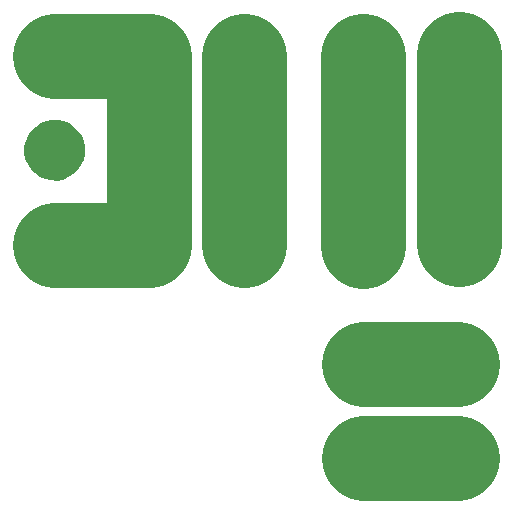
<source format=gbs>
%TF.GenerationSoftware,KiCad,Pcbnew,4.0.5-e0-6337~49~ubuntu16.04.1*%
%TF.CreationDate,2017-07-06T19:13:04-07:00*%
%TF.ProjectId,SMTLimitLED-SMTButton-Battery,534D544C696D69744C45442D534D5442,1.0*%
%TF.FileFunction,Soldermask,Bot*%
%FSLAX46Y46*%
G04 Gerber Fmt 4.6, Leading zero omitted, Abs format (unit mm)*
G04 Created by KiCad (PCBNEW 4.0.5-e0-6337~49~ubuntu16.04.1) date Thu Jul  6 19:13:04 2017*
%MOMM*%
%LPD*%
G01*
G04 APERTURE LIST*
%ADD10C,0.350000*%
%ADD11C,7.200000*%
G04 APERTURE END LIST*
D10*
D11*
X87000000Y-113300000D02*
X94900000Y-113300000D01*
X87000000Y-105300000D02*
X94900000Y-105300000D01*
X68813400Y-79222000D02*
X60813400Y-79222000D01*
X68813400Y-95222000D02*
X68813400Y-79222000D01*
X60813400Y-95222000D02*
X68813400Y-95222000D01*
X76813400Y-79222000D02*
X76813400Y-95222000D01*
X95003400Y-79102000D02*
X95003400Y-95202000D01*
X86903400Y-79202000D02*
X86903400Y-95302000D01*
D10*
G36*
X87323110Y-110225847D02*
X87914055Y-110347151D01*
X88470198Y-110580932D01*
X88970334Y-110918278D01*
X89395421Y-111346343D01*
X89729266Y-111848821D01*
X89959156Y-112406576D01*
X90076264Y-112998014D01*
X90076264Y-112998024D01*
X90076331Y-112998363D01*
X90066710Y-113687416D01*
X90066633Y-113687754D01*
X90066633Y-113687762D01*
X89933057Y-114275701D01*
X89687685Y-114826816D01*
X89339937Y-115319778D01*
X88903062Y-115735809D01*
X88393700Y-116059061D01*
X87831254Y-116277219D01*
X87237147Y-116381976D01*
X86634003Y-116369342D01*
X86044800Y-116239797D01*
X85491982Y-115998277D01*
X84996607Y-115653982D01*
X84577537Y-115220023D01*
X84250738Y-114712930D01*
X84028656Y-114152014D01*
X83919755Y-113558658D01*
X83928177Y-112955441D01*
X84053606Y-112365347D01*
X84291259Y-111810858D01*
X84632091Y-111313088D01*
X85063112Y-110891000D01*
X85567913Y-110560668D01*
X86127259Y-110334677D01*
X86719845Y-110221636D01*
X87323110Y-110225847D01*
X87323110Y-110225847D01*
G37*
G36*
X95323110Y-110225847D02*
X95914055Y-110347151D01*
X96470198Y-110580932D01*
X96970334Y-110918278D01*
X97395421Y-111346343D01*
X97729266Y-111848821D01*
X97959156Y-112406576D01*
X98076264Y-112998014D01*
X98076264Y-112998024D01*
X98076331Y-112998363D01*
X98066710Y-113687416D01*
X98066633Y-113687754D01*
X98066633Y-113687762D01*
X97933057Y-114275701D01*
X97687685Y-114826816D01*
X97339937Y-115319778D01*
X96903062Y-115735809D01*
X96393700Y-116059061D01*
X95831254Y-116277219D01*
X95237147Y-116381976D01*
X94634003Y-116369342D01*
X94044800Y-116239797D01*
X93491982Y-115998277D01*
X92996607Y-115653982D01*
X92577537Y-115220023D01*
X92250738Y-114712930D01*
X92028656Y-114152014D01*
X91919755Y-113558658D01*
X91928177Y-112955441D01*
X92053606Y-112365347D01*
X92291259Y-111810858D01*
X92632091Y-111313088D01*
X93063112Y-110891000D01*
X93567913Y-110560668D01*
X94127259Y-110334677D01*
X94719845Y-110221636D01*
X95323110Y-110225847D01*
X95323110Y-110225847D01*
G37*
G36*
X87323110Y-102225847D02*
X87914055Y-102347151D01*
X88470198Y-102580932D01*
X88970334Y-102918278D01*
X89395421Y-103346343D01*
X89729266Y-103848821D01*
X89959156Y-104406576D01*
X90076264Y-104998014D01*
X90076264Y-104998024D01*
X90076331Y-104998363D01*
X90066710Y-105687416D01*
X90066633Y-105687754D01*
X90066633Y-105687762D01*
X89933057Y-106275701D01*
X89687685Y-106826816D01*
X89339937Y-107319778D01*
X88903062Y-107735809D01*
X88393700Y-108059061D01*
X87831254Y-108277219D01*
X87237147Y-108381976D01*
X86634003Y-108369342D01*
X86044800Y-108239797D01*
X85491982Y-107998277D01*
X84996607Y-107653982D01*
X84577537Y-107220023D01*
X84250738Y-106712930D01*
X84028656Y-106152014D01*
X83919755Y-105558658D01*
X83928177Y-104955441D01*
X84053606Y-104365347D01*
X84291259Y-103810858D01*
X84632091Y-103313088D01*
X85063112Y-102891000D01*
X85567913Y-102560668D01*
X86127259Y-102334677D01*
X86719845Y-102221636D01*
X87323110Y-102225847D01*
X87323110Y-102225847D01*
G37*
G36*
X95323110Y-102225847D02*
X95914055Y-102347151D01*
X96470198Y-102580932D01*
X96970334Y-102918278D01*
X97395421Y-103346343D01*
X97729266Y-103848821D01*
X97959156Y-104406576D01*
X98076264Y-104998014D01*
X98076264Y-104998024D01*
X98076331Y-104998363D01*
X98066710Y-105687416D01*
X98066633Y-105687754D01*
X98066633Y-105687762D01*
X97933057Y-106275701D01*
X97687685Y-106826816D01*
X97339937Y-107319778D01*
X96903062Y-107735809D01*
X96393700Y-108059061D01*
X95831254Y-108277219D01*
X95237147Y-108381976D01*
X94634003Y-108369342D01*
X94044800Y-108239797D01*
X93491982Y-107998277D01*
X92996607Y-107653982D01*
X92577537Y-107220023D01*
X92250738Y-106712930D01*
X92028656Y-106152014D01*
X91919755Y-105558658D01*
X91928177Y-104955441D01*
X92053606Y-104365347D01*
X92291259Y-103810858D01*
X92632091Y-103313088D01*
X93063112Y-102891000D01*
X93567913Y-102560668D01*
X94127259Y-102334677D01*
X94719845Y-102221636D01*
X95323110Y-102225847D01*
X95323110Y-102225847D01*
G37*
G36*
X77136510Y-92147847D02*
X77727455Y-92269151D01*
X78283598Y-92502932D01*
X78783734Y-92840278D01*
X79208821Y-93268343D01*
X79542666Y-93770821D01*
X79772556Y-94328576D01*
X79889664Y-94920014D01*
X79889664Y-94920024D01*
X79889731Y-94920363D01*
X79880110Y-95609416D01*
X79880033Y-95609754D01*
X79880033Y-95609762D01*
X79746457Y-96197701D01*
X79501085Y-96748816D01*
X79153337Y-97241778D01*
X78716462Y-97657809D01*
X78207100Y-97981061D01*
X77644654Y-98199219D01*
X77050547Y-98303976D01*
X76447403Y-98291342D01*
X75858200Y-98161797D01*
X75305382Y-97920277D01*
X74810007Y-97575982D01*
X74390937Y-97142023D01*
X74064138Y-96634930D01*
X73842056Y-96074014D01*
X73733155Y-95480658D01*
X73741577Y-94877441D01*
X73867006Y-94287347D01*
X74104659Y-93732858D01*
X74445491Y-93235088D01*
X74876512Y-92813000D01*
X75381313Y-92482668D01*
X75940659Y-92256677D01*
X76533245Y-92143636D01*
X77136510Y-92147847D01*
X77136510Y-92147847D01*
G37*
G36*
X61136510Y-92147847D02*
X61727455Y-92269151D01*
X62283598Y-92502932D01*
X62783734Y-92840278D01*
X63208821Y-93268343D01*
X63542666Y-93770821D01*
X63772556Y-94328576D01*
X63889664Y-94920014D01*
X63889664Y-94920024D01*
X63889731Y-94920363D01*
X63880110Y-95609416D01*
X63880033Y-95609754D01*
X63880033Y-95609762D01*
X63746457Y-96197701D01*
X63501085Y-96748816D01*
X63153337Y-97241778D01*
X62716462Y-97657809D01*
X62207100Y-97981061D01*
X61644654Y-98199219D01*
X61050547Y-98303976D01*
X60447403Y-98291342D01*
X59858200Y-98161797D01*
X59305382Y-97920277D01*
X58810007Y-97575982D01*
X58390937Y-97142023D01*
X58064138Y-96634930D01*
X57842056Y-96074014D01*
X57733155Y-95480658D01*
X57741577Y-94877441D01*
X57867006Y-94287347D01*
X58104659Y-93732858D01*
X58445491Y-93235088D01*
X58876512Y-92813000D01*
X59381313Y-92482668D01*
X59940659Y-92256677D01*
X60533245Y-92143636D01*
X61136510Y-92147847D01*
X61136510Y-92147847D01*
G37*
G36*
X87326510Y-92127847D02*
X87917455Y-92249151D01*
X88473598Y-92482932D01*
X88973734Y-92820278D01*
X89398821Y-93248343D01*
X89732666Y-93750821D01*
X89962556Y-94308576D01*
X90079664Y-94900014D01*
X90079664Y-94900024D01*
X90079731Y-94900363D01*
X90070110Y-95589416D01*
X90070033Y-95589754D01*
X90070033Y-95589762D01*
X89936457Y-96177701D01*
X89691085Y-96728816D01*
X89343337Y-97221778D01*
X88906462Y-97637809D01*
X88397100Y-97961061D01*
X87834654Y-98179219D01*
X87240547Y-98283976D01*
X86637403Y-98271342D01*
X86048200Y-98141797D01*
X85495382Y-97900277D01*
X85000007Y-97555982D01*
X84580937Y-97122023D01*
X84254138Y-96614930D01*
X84032056Y-96054014D01*
X83923155Y-95460658D01*
X83931577Y-94857441D01*
X84057006Y-94267347D01*
X84294659Y-93712858D01*
X84635491Y-93215088D01*
X85066512Y-92793000D01*
X85571313Y-92462668D01*
X86130659Y-92236677D01*
X86723245Y-92123636D01*
X87326510Y-92127847D01*
X87326510Y-92127847D01*
G37*
G36*
X95326510Y-92127847D02*
X95917455Y-92249151D01*
X96473598Y-92482932D01*
X96973734Y-92820278D01*
X97398821Y-93248343D01*
X97732666Y-93750821D01*
X97962556Y-94308576D01*
X98079664Y-94900014D01*
X98079664Y-94900024D01*
X98079731Y-94900363D01*
X98070110Y-95589416D01*
X98070033Y-95589754D01*
X98070033Y-95589762D01*
X97936457Y-96177701D01*
X97691085Y-96728816D01*
X97343337Y-97221778D01*
X96906462Y-97637809D01*
X96397100Y-97961061D01*
X95834654Y-98179219D01*
X95240547Y-98283976D01*
X94637403Y-98271342D01*
X94048200Y-98141797D01*
X93495382Y-97900277D01*
X93000007Y-97555982D01*
X92580937Y-97122023D01*
X92254138Y-96614930D01*
X92032056Y-96054014D01*
X91923155Y-95460658D01*
X91931577Y-94857441D01*
X92057006Y-94267347D01*
X92294659Y-93712858D01*
X92635491Y-93215088D01*
X93066512Y-92793000D01*
X93571313Y-92462668D01*
X94130659Y-92236677D01*
X94723245Y-92123636D01*
X95326510Y-92127847D01*
X95326510Y-92127847D01*
G37*
G36*
X69082943Y-92657507D02*
X69575915Y-92758700D01*
X70039856Y-92953723D01*
X70457075Y-93235141D01*
X70811688Y-93592237D01*
X71090185Y-94011410D01*
X71281962Y-94476695D01*
X71379643Y-94970022D01*
X71379643Y-94970032D01*
X71379710Y-94970371D01*
X71371684Y-95545186D01*
X71371607Y-95545524D01*
X71371607Y-95545533D01*
X71260189Y-96035942D01*
X71055498Y-96495687D01*
X70765402Y-96906922D01*
X70400956Y-97253980D01*
X69976042Y-97523639D01*
X69506840Y-97705630D01*
X69011231Y-97793020D01*
X68508081Y-97782480D01*
X68016561Y-97674412D01*
X67555394Y-97472933D01*
X67142147Y-97185719D01*
X66792554Y-96823705D01*
X66519935Y-96400682D01*
X66334671Y-95932759D01*
X66243825Y-95437776D01*
X66250850Y-94934565D01*
X66355485Y-94442302D01*
X66553738Y-93979741D01*
X66838063Y-93564495D01*
X67197626Y-93212385D01*
X67618737Y-92936818D01*
X68085350Y-92748294D01*
X68579691Y-92653994D01*
X69082943Y-92657507D01*
X69082943Y-92657507D01*
G37*
G36*
X87326510Y-84127847D02*
X87917455Y-84249151D01*
X88473598Y-84482932D01*
X88973734Y-84820278D01*
X89398821Y-85248343D01*
X89732666Y-85750821D01*
X89962556Y-86308576D01*
X90079664Y-86900014D01*
X90079664Y-86900024D01*
X90079731Y-86900363D01*
X90070110Y-87589416D01*
X90070033Y-87589754D01*
X90070033Y-87589762D01*
X89936457Y-88177701D01*
X89691085Y-88728816D01*
X89343337Y-89221778D01*
X88906462Y-89637809D01*
X88397100Y-89961061D01*
X87834654Y-90179219D01*
X87240547Y-90283976D01*
X86637403Y-90271342D01*
X86048200Y-90141797D01*
X85495382Y-89900277D01*
X85000007Y-89555982D01*
X84580937Y-89122023D01*
X84254138Y-88614930D01*
X84032056Y-88054014D01*
X83923155Y-87460658D01*
X83931577Y-86857441D01*
X84057006Y-86267347D01*
X84294659Y-85712858D01*
X84635491Y-85215088D01*
X85066512Y-84793000D01*
X85571313Y-84462668D01*
X86130659Y-84236677D01*
X86723245Y-84123636D01*
X87326510Y-84127847D01*
X87326510Y-84127847D01*
G37*
G36*
X95326510Y-84127847D02*
X95917455Y-84249151D01*
X96473598Y-84482932D01*
X96973734Y-84820278D01*
X97398821Y-85248343D01*
X97732666Y-85750821D01*
X97962556Y-86308576D01*
X98079664Y-86900014D01*
X98079664Y-86900024D01*
X98079731Y-86900363D01*
X98070110Y-87589416D01*
X98070033Y-87589754D01*
X98070033Y-87589762D01*
X97936457Y-88177701D01*
X97691085Y-88728816D01*
X97343337Y-89221778D01*
X96906462Y-89637809D01*
X96397100Y-89961061D01*
X95834654Y-90179219D01*
X95240547Y-90283976D01*
X94637403Y-90271342D01*
X94048200Y-90141797D01*
X93495382Y-89900277D01*
X93000007Y-89555982D01*
X92580937Y-89122023D01*
X92254138Y-88614930D01*
X92032056Y-88054014D01*
X91923155Y-87460658D01*
X91931577Y-86857441D01*
X92057006Y-86267347D01*
X92294659Y-85712858D01*
X92635491Y-85215088D01*
X93066512Y-84793000D01*
X93571313Y-84462668D01*
X94130659Y-84236677D01*
X94723245Y-84123636D01*
X95326510Y-84127847D01*
X95326510Y-84127847D01*
G37*
G36*
X77082943Y-84657507D02*
X77575915Y-84758700D01*
X78039856Y-84953723D01*
X78457075Y-85235141D01*
X78811688Y-85592237D01*
X79090185Y-86011410D01*
X79281962Y-86476695D01*
X79379643Y-86970022D01*
X79379643Y-86970032D01*
X79379710Y-86970371D01*
X79371684Y-87545186D01*
X79371607Y-87545524D01*
X79371607Y-87545533D01*
X79260189Y-88035942D01*
X79055498Y-88495687D01*
X78765402Y-88906922D01*
X78400956Y-89253980D01*
X77976042Y-89523639D01*
X77506840Y-89705630D01*
X77011231Y-89793020D01*
X76508081Y-89782480D01*
X76016561Y-89674412D01*
X75555394Y-89472933D01*
X75142147Y-89185719D01*
X74792554Y-88823705D01*
X74519935Y-88400682D01*
X74334671Y-87932759D01*
X74243825Y-87437776D01*
X74250850Y-86934565D01*
X74355485Y-86442302D01*
X74553738Y-85979741D01*
X74838063Y-85564495D01*
X75197626Y-85212385D01*
X75618737Y-84936818D01*
X76085350Y-84748294D01*
X76579691Y-84653994D01*
X77082943Y-84657507D01*
X77082943Y-84657507D01*
G37*
G36*
X69082943Y-84657507D02*
X69575915Y-84758700D01*
X70039856Y-84953723D01*
X70457075Y-85235141D01*
X70811688Y-85592237D01*
X71090185Y-86011410D01*
X71281962Y-86476695D01*
X71379643Y-86970022D01*
X71379643Y-86970032D01*
X71379710Y-86970371D01*
X71371684Y-87545186D01*
X71371607Y-87545524D01*
X71371607Y-87545533D01*
X71260189Y-88035942D01*
X71055498Y-88495687D01*
X70765402Y-88906922D01*
X70400956Y-89253980D01*
X69976042Y-89523639D01*
X69506840Y-89705630D01*
X69011231Y-89793020D01*
X68508081Y-89782480D01*
X68016561Y-89674412D01*
X67555394Y-89472933D01*
X67142147Y-89185719D01*
X66792554Y-88823705D01*
X66519935Y-88400682D01*
X66334671Y-87932759D01*
X66243825Y-87437776D01*
X66250850Y-86934565D01*
X66355485Y-86442302D01*
X66553738Y-85979741D01*
X66838063Y-85564495D01*
X67197626Y-85212385D01*
X67618737Y-84936818D01*
X68085350Y-84748294D01*
X68579691Y-84653994D01*
X69082943Y-84657507D01*
X69082943Y-84657507D01*
G37*
G36*
X61082943Y-84657507D02*
X61575915Y-84758700D01*
X62039856Y-84953723D01*
X62457075Y-85235141D01*
X62811688Y-85592237D01*
X63090185Y-86011410D01*
X63281962Y-86476695D01*
X63379643Y-86970022D01*
X63379643Y-86970032D01*
X63379710Y-86970371D01*
X63371684Y-87545186D01*
X63371607Y-87545524D01*
X63371607Y-87545533D01*
X63260189Y-88035942D01*
X63055498Y-88495687D01*
X62765402Y-88906922D01*
X62400956Y-89253980D01*
X61976042Y-89523639D01*
X61506840Y-89705630D01*
X61011231Y-89793020D01*
X60508081Y-89782480D01*
X60016561Y-89674412D01*
X59555394Y-89472933D01*
X59142147Y-89185719D01*
X58792554Y-88823705D01*
X58519935Y-88400682D01*
X58334671Y-87932759D01*
X58243825Y-87437776D01*
X58250850Y-86934565D01*
X58355485Y-86442302D01*
X58553738Y-85979741D01*
X58838063Y-85564495D01*
X59197626Y-85212385D01*
X59618737Y-84936818D01*
X60085350Y-84748294D01*
X60579691Y-84653994D01*
X61082943Y-84657507D01*
X61082943Y-84657507D01*
G37*
G36*
X77136510Y-76147847D02*
X77727455Y-76269151D01*
X78283598Y-76502932D01*
X78783734Y-76840278D01*
X79208821Y-77268343D01*
X79542666Y-77770821D01*
X79772556Y-78328576D01*
X79889664Y-78920014D01*
X79889664Y-78920024D01*
X79889731Y-78920363D01*
X79880110Y-79609416D01*
X79880033Y-79609754D01*
X79880033Y-79609762D01*
X79746457Y-80197701D01*
X79501085Y-80748816D01*
X79153337Y-81241778D01*
X78716462Y-81657809D01*
X78207100Y-81981061D01*
X77644654Y-82199219D01*
X77050547Y-82303976D01*
X76447403Y-82291342D01*
X75858200Y-82161797D01*
X75305382Y-81920277D01*
X74810007Y-81575982D01*
X74390937Y-81142023D01*
X74064138Y-80634930D01*
X73842056Y-80074014D01*
X73733155Y-79480658D01*
X73741577Y-78877441D01*
X73867006Y-78287347D01*
X74104659Y-77732858D01*
X74445491Y-77235088D01*
X74876512Y-76813000D01*
X75381313Y-76482668D01*
X75940659Y-76256677D01*
X76533245Y-76143636D01*
X77136510Y-76147847D01*
X77136510Y-76147847D01*
G37*
G36*
X61136510Y-76147847D02*
X61727455Y-76269151D01*
X62283598Y-76502932D01*
X62783734Y-76840278D01*
X63208821Y-77268343D01*
X63542666Y-77770821D01*
X63772556Y-78328576D01*
X63889664Y-78920014D01*
X63889664Y-78920024D01*
X63889731Y-78920363D01*
X63880110Y-79609416D01*
X63880033Y-79609754D01*
X63880033Y-79609762D01*
X63746457Y-80197701D01*
X63501085Y-80748816D01*
X63153337Y-81241778D01*
X62716462Y-81657809D01*
X62207100Y-81981061D01*
X61644654Y-82199219D01*
X61050547Y-82303976D01*
X60447403Y-82291342D01*
X59858200Y-82161797D01*
X59305382Y-81920277D01*
X58810007Y-81575982D01*
X58390937Y-81142023D01*
X58064138Y-80634930D01*
X57842056Y-80074014D01*
X57733155Y-79480658D01*
X57741577Y-78877441D01*
X57867006Y-78287347D01*
X58104659Y-77732858D01*
X58445491Y-77235088D01*
X58876512Y-76813000D01*
X59381313Y-76482668D01*
X59940659Y-76256677D01*
X60533245Y-76143636D01*
X61136510Y-76147847D01*
X61136510Y-76147847D01*
G37*
G36*
X95326510Y-76127847D02*
X95917455Y-76249151D01*
X96473598Y-76482932D01*
X96973734Y-76820278D01*
X97398821Y-77248343D01*
X97732666Y-77750821D01*
X97962556Y-78308576D01*
X98079664Y-78900014D01*
X98079664Y-78900024D01*
X98079731Y-78900363D01*
X98070110Y-79589416D01*
X98070033Y-79589754D01*
X98070033Y-79589762D01*
X97936457Y-80177701D01*
X97691085Y-80728816D01*
X97343337Y-81221778D01*
X96906462Y-81637809D01*
X96397100Y-81961061D01*
X95834654Y-82179219D01*
X95240547Y-82283976D01*
X94637403Y-82271342D01*
X94048200Y-82141797D01*
X93495382Y-81900277D01*
X93000007Y-81555982D01*
X92580937Y-81122023D01*
X92254138Y-80614930D01*
X92032056Y-80054014D01*
X91923155Y-79460658D01*
X91931577Y-78857441D01*
X92057006Y-78267347D01*
X92294659Y-77712858D01*
X92635491Y-77215088D01*
X93066512Y-76793000D01*
X93571313Y-76462668D01*
X94130659Y-76236677D01*
X94723245Y-76123636D01*
X95326510Y-76127847D01*
X95326510Y-76127847D01*
G37*
G36*
X87326510Y-76127847D02*
X87917455Y-76249151D01*
X88473598Y-76482932D01*
X88973734Y-76820278D01*
X89398821Y-77248343D01*
X89732666Y-77750821D01*
X89962556Y-78308576D01*
X90079664Y-78900014D01*
X90079664Y-78900024D01*
X90079731Y-78900363D01*
X90070110Y-79589416D01*
X90070033Y-79589754D01*
X90070033Y-79589762D01*
X89936457Y-80177701D01*
X89691085Y-80728816D01*
X89343337Y-81221778D01*
X88906462Y-81637809D01*
X88397100Y-81961061D01*
X87834654Y-82179219D01*
X87240547Y-82283976D01*
X86637403Y-82271342D01*
X86048200Y-82141797D01*
X85495382Y-81900277D01*
X85000007Y-81555982D01*
X84580937Y-81122023D01*
X84254138Y-80614930D01*
X84032056Y-80054014D01*
X83923155Y-79460658D01*
X83931577Y-78857441D01*
X84057006Y-78267347D01*
X84294659Y-77712858D01*
X84635491Y-77215088D01*
X85066512Y-76793000D01*
X85571313Y-76462668D01*
X86130659Y-76236677D01*
X86723245Y-76123636D01*
X87326510Y-76127847D01*
X87326510Y-76127847D01*
G37*
G36*
X69082943Y-76657507D02*
X69575915Y-76758700D01*
X70039856Y-76953723D01*
X70457075Y-77235141D01*
X70811688Y-77592237D01*
X71090185Y-78011410D01*
X71281962Y-78476695D01*
X71379643Y-78970022D01*
X71379643Y-78970032D01*
X71379710Y-78970371D01*
X71371684Y-79545186D01*
X71371607Y-79545524D01*
X71371607Y-79545533D01*
X71260189Y-80035942D01*
X71055498Y-80495687D01*
X70765402Y-80906922D01*
X70400956Y-81253980D01*
X69976042Y-81523639D01*
X69506840Y-81705630D01*
X69011231Y-81793020D01*
X68508081Y-81782480D01*
X68016561Y-81674412D01*
X67555394Y-81472933D01*
X67142147Y-81185719D01*
X66792554Y-80823705D01*
X66519935Y-80400682D01*
X66334671Y-79932759D01*
X66243825Y-79437776D01*
X66250850Y-78934565D01*
X66355485Y-78442302D01*
X66553738Y-77979741D01*
X66838063Y-77564495D01*
X67197626Y-77212385D01*
X67618737Y-76936818D01*
X68085350Y-76748294D01*
X68579691Y-76653994D01*
X69082943Y-76657507D01*
X69082943Y-76657507D01*
G37*
M02*

</source>
